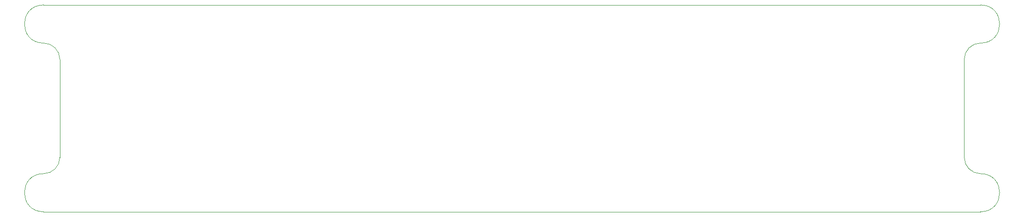
<source format=gbr>
%TF.GenerationSoftware,Altium Limited,Altium Designer,23.7.1 (13)*%
G04 Layer_Color=0*
%FSLAX45Y45*%
%MOMM*%
%TF.SameCoordinates,F0F8C17F-0DA8-4E41-987A-5915CA82B15D*%
%TF.FilePolarity,Positive*%
%TF.FileFunction,Profile,NP*%
%TF.Part,Single*%
G01*
G75*
%TA.AperFunction,Profile*%
%ADD65C,0.02540*%
D65*
X-8600000Y-2D02*
X-8300000D01*
X8300000Y0D01*
X8600000Y-3D01*
D02*
G03*
X8600000Y699999I0J350001D01*
G01*
D02*
G02*
X8300000Y999999I0J300000D01*
G01*
Y2799998D01*
D02*
G02*
X8600000Y3099998I300000J0D01*
G01*
D02*
G03*
X8600000Y3799998I0J350000D01*
G01*
X8300000D01*
X-8300000Y3800000D01*
X-8600000Y3799998D01*
D02*
G03*
X-8600000Y3099998I0J-350000D01*
G01*
D02*
G02*
X-8300000Y2799998I0J-300000D01*
G01*
Y999999D01*
D02*
G02*
X-8600000Y699999I-300000J0D01*
G01*
D02*
G03*
X-8600000Y-2I0J-350000D01*
G01*
%TF.MD5,d933778aaf17381ecb7ce297b5edacd5*%
M02*

</source>
